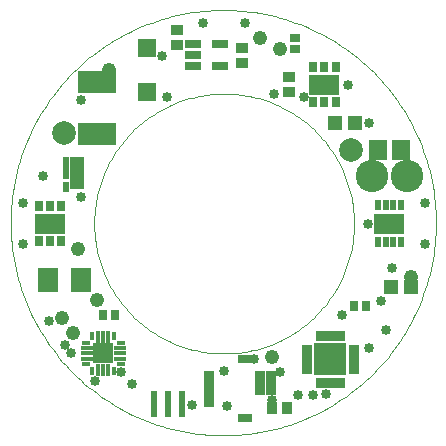
<source format=gbs>
G04 EAGLE Gerber RS-274X export*
G75*
%MOMM*%
%FSLAX35Y35*%
%LPD*%
%INsolder_mask_bottom*%
%IPPOS*%
%AMOC8*
5,1,8,0,0,1.08239X$1,22.5*%
G01*
%ADD10C,0.010000*%
%ADD11C,0.050000*%
%ADD12R,0.903200X1.103200*%
%ADD13R,1.603200X1.603200*%
%ADD14R,2.703200X2.703200*%
%ADD15R,0.503200X0.953200*%
%ADD16R,0.953200X0.503200*%
%ADD17R,2.603200X1.703200*%
%ADD18R,0.553200X0.853200*%
%ADD19R,1.503200X1.703200*%
%ADD20R,1.703200X1.703200*%
%ADD21R,0.453200X1.003200*%
%ADD22R,1.003200X0.453200*%
%ADD23R,0.753200X0.453200*%
%ADD24R,0.453200X0.753200*%
%ADD25R,0.603200X2.203200*%
%ADD26R,1.203200X1.303200*%
%ADD27R,0.903200X0.503200*%
%ADD28R,1.203200X0.803200*%
%ADD29R,3.203200X1.903200*%
%ADD30R,2.503200X1.703200*%
%ADD31R,0.663200X0.913200*%
%ADD32R,1.103200X0.903200*%
%ADD33R,0.903200X0.803200*%
%ADD34C,2.743200*%
%ADD35R,1.403200X0.803200*%
%ADD36R,0.853200X0.503200*%
%ADD37R,1.153200X2.703200*%
%ADD38R,0.503200X1.973200*%
%ADD39R,0.503200X0.853200*%
%ADD40R,1.803200X2.006200*%
%ADD41R,0.803200X0.903200*%
%ADD42C,1.219200*%
%ADD43C,2.003200*%
%ADD44C,0.853200*%


D10*
X1793375Y-42625D02*
X1793375Y57375D01*
X-1806625Y7375D02*
X-1806083Y51549D01*
X-1804457Y95697D01*
X-1801748Y139791D01*
X-1797958Y183806D01*
X-1793088Y227714D01*
X-1787143Y271490D01*
X-1780125Y315106D01*
X-1772039Y358538D01*
X-1762889Y401757D01*
X-1752681Y444739D01*
X-1741422Y487458D01*
X-1729118Y529887D01*
X-1715776Y572002D01*
X-1701404Y613777D01*
X-1686012Y655186D01*
X-1669608Y696205D01*
X-1652203Y736809D01*
X-1633806Y776974D01*
X-1614429Y816675D01*
X-1594083Y855889D01*
X-1572782Y894592D01*
X-1550536Y932760D01*
X-1527361Y970371D01*
X-1503270Y1007401D01*
X-1478278Y1043830D01*
X-1452399Y1079634D01*
X-1425649Y1114792D01*
X-1398044Y1149283D01*
X-1369601Y1183086D01*
X-1340337Y1216181D01*
X-1310270Y1248548D01*
X-1279417Y1280167D01*
X-1247798Y1311020D01*
X-1215431Y1341087D01*
X-1182336Y1370351D01*
X-1148533Y1398794D01*
X-1114042Y1426399D01*
X-1078884Y1453149D01*
X-1043080Y1479028D01*
X-1006651Y1504020D01*
X-969621Y1528111D01*
X-932010Y1551286D01*
X-893842Y1573532D01*
X-855139Y1594833D01*
X-815925Y1615179D01*
X-776224Y1634556D01*
X-736059Y1652953D01*
X-695455Y1670358D01*
X-654436Y1686762D01*
X-613027Y1702154D01*
X-571252Y1716526D01*
X-529137Y1729868D01*
X-486708Y1742172D01*
X-443989Y1753431D01*
X-401007Y1763639D01*
X-357788Y1772789D01*
X-314356Y1780875D01*
X-270740Y1787893D01*
X-226964Y1793838D01*
X-183056Y1798708D01*
X-139041Y1802498D01*
X-94947Y1805207D01*
X-50799Y1806833D01*
X-6625Y1807375D01*
X37549Y1806833D01*
X81697Y1805207D01*
X125791Y1802498D01*
X169806Y1798708D01*
X213714Y1793838D01*
X257490Y1787893D01*
X301106Y1780875D01*
X344538Y1772789D01*
X387757Y1763639D01*
X430739Y1753431D01*
X473458Y1742172D01*
X515887Y1729868D01*
X558002Y1716526D01*
X599777Y1702154D01*
X641186Y1686762D01*
X682205Y1670358D01*
X722809Y1652953D01*
X762974Y1634556D01*
X802675Y1615179D01*
X841889Y1594833D01*
X880592Y1573532D01*
X918760Y1551286D01*
X956371Y1528111D01*
X993401Y1504020D01*
X1029830Y1479028D01*
X1065634Y1453149D01*
X1100792Y1426399D01*
X1135283Y1398794D01*
X1169086Y1370351D01*
X1202181Y1341087D01*
X1234548Y1311020D01*
X1266167Y1280167D01*
X1297020Y1248548D01*
X1327087Y1216181D01*
X1356351Y1183086D01*
X1384794Y1149283D01*
X1412399Y1114792D01*
X1439149Y1079634D01*
X1465028Y1043830D01*
X1490020Y1007401D01*
X1514111Y970371D01*
X1537286Y932760D01*
X1559532Y894592D01*
X1580833Y855889D01*
X1601179Y816675D01*
X1620556Y776974D01*
X1638953Y736809D01*
X1656358Y696205D01*
X1672762Y655186D01*
X1688154Y613777D01*
X1702526Y572002D01*
X1715868Y529887D01*
X1728172Y487458D01*
X1739431Y444739D01*
X1749639Y401757D01*
X1758789Y358538D01*
X1766875Y315106D01*
X1773893Y271490D01*
X1779838Y227714D01*
X1784708Y183806D01*
X1788498Y139791D01*
X1791207Y95697D01*
X1792833Y51549D01*
X1793375Y7375D01*
X1792833Y-36799D01*
X1791207Y-80947D01*
X1788498Y-125041D01*
X1784708Y-169056D01*
X1779838Y-212964D01*
X1773893Y-256740D01*
X1766875Y-300356D01*
X1758789Y-343788D01*
X1749639Y-387007D01*
X1739431Y-429989D01*
X1728172Y-472708D01*
X1715868Y-515137D01*
X1702526Y-557252D01*
X1688154Y-599027D01*
X1672762Y-640436D01*
X1656358Y-681455D01*
X1638953Y-722059D01*
X1620556Y-762224D01*
X1601179Y-801925D01*
X1580833Y-841139D01*
X1559532Y-879842D01*
X1537286Y-918010D01*
X1514111Y-955621D01*
X1490020Y-992651D01*
X1465028Y-1029080D01*
X1439149Y-1064884D01*
X1412399Y-1100042D01*
X1384794Y-1134533D01*
X1356351Y-1168336D01*
X1327087Y-1201431D01*
X1297020Y-1233798D01*
X1266167Y-1265417D01*
X1234548Y-1296270D01*
X1202181Y-1326337D01*
X1169086Y-1355601D01*
X1135283Y-1384044D01*
X1100792Y-1411649D01*
X1065634Y-1438399D01*
X1029830Y-1464278D01*
X993401Y-1489270D01*
X956371Y-1513361D01*
X918760Y-1536536D01*
X880592Y-1558782D01*
X841889Y-1580083D01*
X802675Y-1600429D01*
X762974Y-1619806D01*
X722809Y-1638203D01*
X682205Y-1655608D01*
X641186Y-1672012D01*
X599777Y-1687404D01*
X558002Y-1701776D01*
X515887Y-1715118D01*
X473458Y-1727422D01*
X430739Y-1738681D01*
X387757Y-1748889D01*
X344538Y-1758039D01*
X301106Y-1766125D01*
X257490Y-1773143D01*
X213714Y-1779088D01*
X169806Y-1783958D01*
X125791Y-1787748D01*
X81697Y-1790457D01*
X37549Y-1792083D01*
X-6625Y-1792625D01*
X-50799Y-1792083D01*
X-94947Y-1790457D01*
X-139041Y-1787748D01*
X-183056Y-1783958D01*
X-226964Y-1779088D01*
X-270740Y-1773143D01*
X-314356Y-1766125D01*
X-357788Y-1758039D01*
X-401007Y-1748889D01*
X-443989Y-1738681D01*
X-486708Y-1727422D01*
X-529137Y-1715118D01*
X-571252Y-1701776D01*
X-613027Y-1687404D01*
X-654436Y-1672012D01*
X-695455Y-1655608D01*
X-736059Y-1638203D01*
X-776224Y-1619806D01*
X-815925Y-1600429D01*
X-855139Y-1580083D01*
X-893842Y-1558782D01*
X-932010Y-1536536D01*
X-969621Y-1513361D01*
X-1006651Y-1489270D01*
X-1043080Y-1464278D01*
X-1078884Y-1438399D01*
X-1114042Y-1411649D01*
X-1148533Y-1384044D01*
X-1182336Y-1355601D01*
X-1215431Y-1326337D01*
X-1247798Y-1296270D01*
X-1279417Y-1265417D01*
X-1310270Y-1233798D01*
X-1340337Y-1201431D01*
X-1369601Y-1168336D01*
X-1398044Y-1134533D01*
X-1425649Y-1100042D01*
X-1452399Y-1064884D01*
X-1478278Y-1029080D01*
X-1503270Y-992651D01*
X-1527361Y-955621D01*
X-1550536Y-918010D01*
X-1572782Y-879842D01*
X-1594083Y-841139D01*
X-1614429Y-801925D01*
X-1633806Y-762224D01*
X-1652203Y-722059D01*
X-1669608Y-681455D01*
X-1686012Y-640436D01*
X-1701404Y-599027D01*
X-1715776Y-557252D01*
X-1729118Y-515137D01*
X-1741422Y-472708D01*
X-1752681Y-429989D01*
X-1762889Y-387007D01*
X-1772039Y-343788D01*
X-1780125Y-300356D01*
X-1787143Y-256740D01*
X-1793088Y-212964D01*
X-1797958Y-169056D01*
X-1801748Y-125041D01*
X-1804457Y-80947D01*
X-1806083Y-36799D01*
X-1806625Y7375D01*
D11*
X-1100045Y0D02*
X-1099714Y26996D01*
X-1098720Y53977D01*
X-1097064Y80924D01*
X-1094748Y107823D01*
X-1091772Y134657D01*
X-1088139Y161410D01*
X-1083850Y188066D01*
X-1078908Y214608D01*
X-1073316Y241021D01*
X-1067078Y267289D01*
X-1060197Y293396D01*
X-1052677Y319326D01*
X-1044524Y345064D01*
X-1035741Y370594D01*
X-1026334Y395901D01*
X-1016309Y420969D01*
X-1005672Y445784D01*
X-994429Y470330D01*
X-982587Y494593D01*
X-970153Y518558D01*
X-957135Y542210D01*
X-943540Y565536D01*
X-929377Y588521D01*
X-914654Y611152D01*
X-899380Y633415D01*
X-883564Y655296D01*
X-867217Y676782D01*
X-850346Y697861D01*
X-832964Y718520D01*
X-815080Y738745D01*
X-796704Y758526D01*
X-777849Y777849D01*
X-758526Y796704D01*
X-738745Y815080D01*
X-718520Y832964D01*
X-697861Y850346D01*
X-676782Y867217D01*
X-655296Y883564D01*
X-633415Y899380D01*
X-611152Y914654D01*
X-588521Y929377D01*
X-565536Y943540D01*
X-542210Y957135D01*
X-518558Y970153D01*
X-494593Y982587D01*
X-470330Y994429D01*
X-445784Y1005672D01*
X-420969Y1016309D01*
X-395901Y1026334D01*
X-370594Y1035741D01*
X-345064Y1044524D01*
X-319326Y1052677D01*
X-293396Y1060197D01*
X-267289Y1067078D01*
X-241021Y1073316D01*
X-214608Y1078908D01*
X-188066Y1083850D01*
X-161410Y1088139D01*
X-134657Y1091772D01*
X-107823Y1094748D01*
X-80924Y1097064D01*
X-53977Y1098720D01*
X-26996Y1099714D01*
X0Y1100045D01*
X26996Y1099714D01*
X53977Y1098720D01*
X80924Y1097064D01*
X107823Y1094748D01*
X134657Y1091772D01*
X161410Y1088139D01*
X188066Y1083850D01*
X214608Y1078908D01*
X241021Y1073316D01*
X267289Y1067078D01*
X293396Y1060197D01*
X319326Y1052677D01*
X345064Y1044524D01*
X370594Y1035741D01*
X395901Y1026334D01*
X420969Y1016309D01*
X445784Y1005672D01*
X470330Y994429D01*
X494593Y982587D01*
X518558Y970153D01*
X542210Y957135D01*
X565536Y943540D01*
X588521Y929377D01*
X611152Y914654D01*
X633415Y899380D01*
X655296Y883564D01*
X676782Y867217D01*
X697861Y850346D01*
X718520Y832964D01*
X738745Y815080D01*
X758526Y796704D01*
X777849Y777849D01*
X796704Y758526D01*
X815080Y738745D01*
X832964Y718520D01*
X850346Y697861D01*
X867217Y676782D01*
X883564Y655296D01*
X899380Y633415D01*
X914654Y611152D01*
X929377Y588521D01*
X943540Y565536D01*
X957135Y542210D01*
X970153Y518558D01*
X982587Y494593D01*
X994429Y470330D01*
X1005672Y445784D01*
X1016309Y420969D01*
X1026334Y395901D01*
X1035741Y370594D01*
X1044524Y345064D01*
X1052677Y319326D01*
X1060197Y293396D01*
X1067078Y267289D01*
X1073316Y241021D01*
X1078908Y214608D01*
X1083850Y188066D01*
X1088139Y161410D01*
X1091772Y134657D01*
X1094748Y107823D01*
X1097064Y80924D01*
X1098720Y53977D01*
X1099714Y26996D01*
X1100045Y0D01*
X1099714Y-26996D01*
X1098720Y-53977D01*
X1097064Y-80924D01*
X1094748Y-107823D01*
X1091772Y-134657D01*
X1088139Y-161410D01*
X1083850Y-188066D01*
X1078908Y-214608D01*
X1073316Y-241021D01*
X1067078Y-267289D01*
X1060197Y-293396D01*
X1052677Y-319326D01*
X1044524Y-345064D01*
X1035741Y-370594D01*
X1026334Y-395901D01*
X1016309Y-420969D01*
X1005672Y-445784D01*
X994429Y-470330D01*
X982587Y-494593D01*
X970153Y-518558D01*
X957135Y-542210D01*
X943540Y-565536D01*
X929377Y-588521D01*
X914654Y-611152D01*
X899380Y-633415D01*
X883564Y-655296D01*
X867217Y-676782D01*
X850346Y-697861D01*
X832964Y-718520D01*
X815080Y-738745D01*
X796704Y-758526D01*
X777849Y-777849D01*
X758526Y-796704D01*
X738745Y-815080D01*
X718520Y-832964D01*
X697861Y-850346D01*
X676782Y-867217D01*
X655296Y-883564D01*
X633415Y-899380D01*
X611152Y-914654D01*
X588521Y-929377D01*
X565536Y-943540D01*
X542210Y-957135D01*
X518558Y-970153D01*
X494593Y-982587D01*
X470330Y-994429D01*
X445784Y-1005672D01*
X420969Y-1016309D01*
X395901Y-1026334D01*
X370594Y-1035741D01*
X345064Y-1044524D01*
X319326Y-1052677D01*
X293396Y-1060197D01*
X267289Y-1067078D01*
X241021Y-1073316D01*
X214608Y-1078908D01*
X188066Y-1083850D01*
X161410Y-1088139D01*
X134657Y-1091772D01*
X107823Y-1094748D01*
X80924Y-1097064D01*
X53977Y-1098720D01*
X26996Y-1099714D01*
X0Y-1100045D01*
X-26996Y-1099714D01*
X-53977Y-1098720D01*
X-80924Y-1097064D01*
X-107823Y-1094748D01*
X-134657Y-1091772D01*
X-161410Y-1088139D01*
X-188066Y-1083850D01*
X-214608Y-1078908D01*
X-241021Y-1073316D01*
X-267289Y-1067078D01*
X-293396Y-1060197D01*
X-319326Y-1052677D01*
X-345064Y-1044524D01*
X-370594Y-1035741D01*
X-395901Y-1026334D01*
X-420969Y-1016309D01*
X-445784Y-1005672D01*
X-470330Y-994429D01*
X-494593Y-982587D01*
X-518558Y-970153D01*
X-542210Y-957135D01*
X-565536Y-943540D01*
X-588521Y-929377D01*
X-611152Y-914654D01*
X-633415Y-899380D01*
X-655296Y-883564D01*
X-676782Y-867217D01*
X-697861Y-850346D01*
X-718520Y-832964D01*
X-738745Y-815080D01*
X-758526Y-796704D01*
X-777849Y-777849D01*
X-796704Y-758526D01*
X-815080Y-738745D01*
X-832964Y-718520D01*
X-850346Y-697861D01*
X-867217Y-676782D01*
X-883564Y-655296D01*
X-899380Y-633415D01*
X-914654Y-611152D01*
X-929377Y-588521D01*
X-943540Y-565536D01*
X-957135Y-542210D01*
X-970153Y-518558D01*
X-982587Y-494593D01*
X-994429Y-470330D01*
X-1005672Y-445784D01*
X-1016309Y-420969D01*
X-1026334Y-395901D01*
X-1035741Y-370594D01*
X-1044524Y-345064D01*
X-1052677Y-319326D01*
X-1060197Y-293396D01*
X-1067078Y-267289D01*
X-1073316Y-241021D01*
X-1078908Y-214608D01*
X-1083850Y-188066D01*
X-1088139Y-161410D01*
X-1091772Y-134657D01*
X-1094748Y-107823D01*
X-1097064Y-80924D01*
X-1098720Y-53977D01*
X-1099714Y-26996D01*
X-1100045Y0D01*
D12*
X405000Y-1565000D03*
X535000Y-1565000D03*
D13*
X-650000Y1490000D03*
X-650000Y1110000D03*
D14*
X900000Y-1150000D03*
D15*
X1000000Y-950000D03*
X950000Y-950000D03*
X900000Y-950000D03*
X850000Y-950000D03*
X800000Y-950000D03*
X800000Y-1350000D03*
X850000Y-1350000D03*
X900000Y-1350000D03*
X950000Y-1350000D03*
X1000000Y-1350000D03*
D16*
X700000Y-1250000D03*
X700000Y-1200000D03*
X700000Y-1150000D03*
X700000Y-1100000D03*
X700000Y-1050000D03*
X1100000Y-1050000D03*
X1100000Y-1100000D03*
X1100000Y-1150000D03*
X1100000Y-1200000D03*
X1100000Y-1250000D03*
D17*
X1400000Y0D03*
D18*
X1497500Y-155000D03*
X1432500Y-155000D03*
X1367500Y-155000D03*
X1302500Y-155000D03*
X1497500Y155000D03*
X1432500Y155000D03*
X1367500Y155000D03*
X1302500Y155000D03*
D19*
X1305000Y625000D03*
X1495000Y625000D03*
D20*
X-1025000Y-1100000D03*
D21*
X-980000Y-960000D03*
X-1025000Y-960000D03*
X-1070000Y-960000D03*
X-980000Y-1240000D03*
X-1025000Y-1240000D03*
X-1070000Y-1240000D03*
D22*
X-1160000Y-1145000D03*
X-1160000Y-1100000D03*
X-1160000Y-1055000D03*
X-885000Y-1145000D03*
X-885000Y-1100000D03*
X-885000Y-1055000D03*
D23*
X-873000Y-1190000D03*
D24*
X-935000Y-1252000D03*
X-935000Y-948000D03*
D23*
X-873000Y-1010000D03*
D24*
X-1115000Y-948000D03*
X-1115000Y-1252000D03*
D23*
X-1173000Y-1190000D03*
X-1173000Y-1010000D03*
D25*
X-595000Y-1525000D03*
X-475000Y-1525000D03*
X-355000Y-1525000D03*
D26*
X1411000Y-537000D03*
X1581000Y-537000D03*
D27*
X-127000Y-1425000D03*
X-127000Y-1375000D03*
X-127000Y-1325000D03*
X-127000Y-1475000D03*
X-127000Y-1525000D03*
X-127000Y-1275000D03*
D28*
X173000Y-1150000D03*
X173000Y-1650000D03*
D29*
X-1075000Y1195000D03*
X-1075000Y755000D03*
D30*
X850000Y1175000D03*
D31*
X756000Y1323000D03*
X850000Y1323000D03*
X944000Y1323000D03*
X850000Y1027000D03*
X945000Y1027000D03*
X755000Y1027000D03*
D26*
X940000Y850000D03*
X1110000Y850000D03*
D32*
X550000Y1110000D03*
X550000Y1240000D03*
D33*
X600000Y1475000D03*
X600000Y1575000D03*
D34*
X1250000Y400000D03*
X1550000Y400000D03*
D32*
X-400000Y1510000D03*
X-400000Y1640000D03*
X150000Y1490000D03*
X150000Y1360000D03*
D35*
X-265000Y1425000D03*
X-265000Y1330000D03*
X-265000Y1520000D03*
X-35000Y1520000D03*
X-35000Y1330000D03*
D36*
X400000Y-1275000D03*
X400000Y-1325000D03*
X400000Y-1375000D03*
X400000Y-1425000D03*
X300000Y-1425000D03*
X300000Y-1375000D03*
X300000Y-1325000D03*
X300000Y-1275000D03*
D37*
X-1242440Y424595D03*
D38*
X-1335000Y471280D03*
D39*
X-1334660Y312390D03*
D40*
X-1207800Y-475000D03*
X-1492200Y-475000D03*
D30*
X-1475000Y0D03*
D31*
X-1381000Y-148000D03*
X-1475000Y-148000D03*
X-1569000Y-148000D03*
X-1475000Y148000D03*
X-1570000Y148000D03*
X-1380000Y148000D03*
D41*
X-1025000Y-775000D03*
X-925000Y-775000D03*
D42*
X300000Y1575000D03*
D43*
X-1359000Y771000D03*
D42*
X-975000Y1300000D03*
D41*
X1200000Y-700000D03*
X1100000Y-700000D03*
D42*
X-1075000Y-650000D03*
X-1235000Y-215000D03*
X-1375000Y-800000D03*
X-1275000Y-925000D03*
X1581000Y-456000D03*
X475000Y1475000D03*
X402000Y-1132000D03*
D43*
X1075000Y625000D03*
D44*
X-175000Y1700000D03*
X175000Y1700000D03*
X-1700000Y175000D03*
X-1700000Y-175000D03*
X1700000Y175000D03*
X1700000Y-175000D03*
X0Y-1250000D03*
X925000Y-1150000D03*
X25000Y-1541000D03*
X250000Y-1150000D03*
X-1350000Y-1025000D03*
X1218800Y400D03*
X-870000Y-1258000D03*
X625000Y-1450000D03*
X-1210200Y1050400D03*
X-1535200Y400400D03*
X-1210200Y225400D03*
X-485200Y1075400D03*
X1225000Y850000D03*
X1050000Y1175000D03*
X425000Y1100000D03*
X-524200Y1418400D03*
X-1485200Y-824600D03*
X1225000Y-1050000D03*
X1325000Y-654000D03*
X1375000Y-900000D03*
X-1300000Y-1100000D03*
X750000Y-1450000D03*
X863000Y-1440000D03*
X-1091000Y-1332000D03*
X-781000Y-1360900D03*
X-275000Y-1537000D03*
X675000Y1070000D03*
X477000Y-1260000D03*
X405000Y-1490000D03*
X1002000Y-770000D03*
X1425000Y-375000D03*
M02*

</source>
